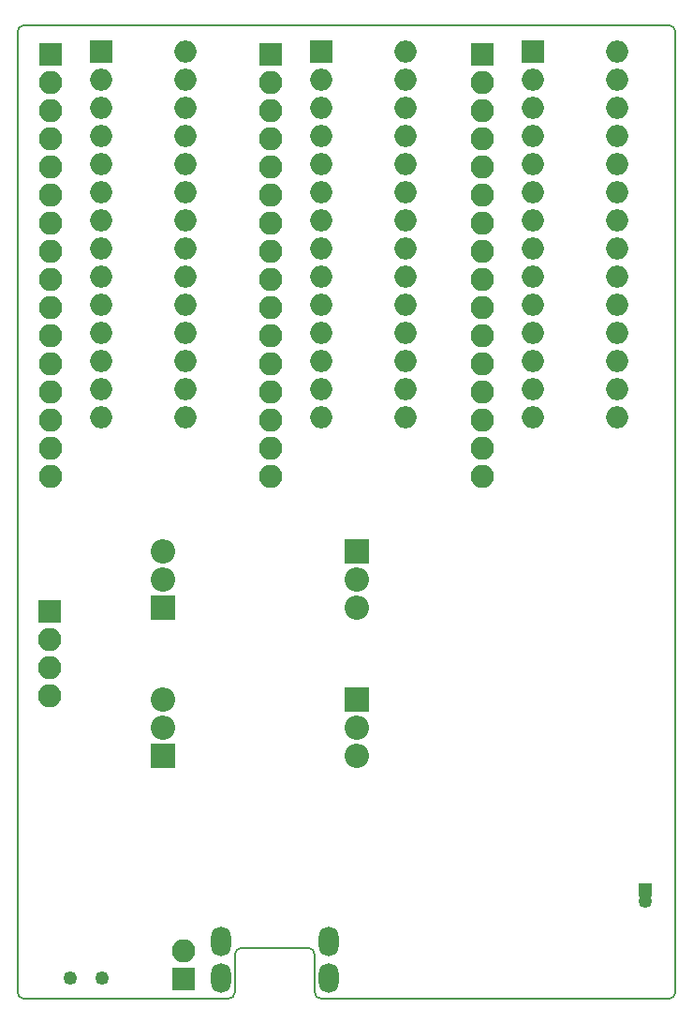
<source format=gbr>
%TF.GenerationSoftware,KiCad,Pcbnew,5.0.0*%
%TF.CreationDate,2018-08-31T22:22:52+02:00*%
%TF.ProjectId,cube,637562652E6B696361645F7063620000,B*%
%TF.SameCoordinates,Original*%
%TF.FileFunction,Soldermask,Bot*%
%TF.FilePolarity,Negative*%
%FSLAX46Y46*%
G04 Gerber Fmt 4.6, Leading zero omitted, Abs format (unit mm)*
G04 Created by KiCad (PCBNEW 5.0.0) date Fri Aug 31 22:22:52 2018*
%MOMM*%
%LPD*%
G01*
G04 APERTURE LIST*
%ADD10C,0.150000*%
%ADD11O,1.800000X2.700000*%
%ADD12C,1.250000*%
%ADD13O,2.100000X2.100000*%
%ADD14R,2.100000X2.100000*%
%ADD15O,2.200000X2.200000*%
%ADD16R,2.200000X2.200000*%
%ADD17O,2.000000X2.000000*%
%ADD18R,2.000000X2.000000*%
%ADD19O,1.250000X1.250000*%
%ADD20R,1.250000X1.250000*%
G04 APERTURE END LIST*
D10*
X116300000Y-64400000D02*
G75*
G02X116900000Y-65000000I0J-600000D01*
G01*
X116900000Y-151700000D02*
X116900000Y-65000000D01*
X116900000Y-151700000D02*
G75*
G02X116300000Y-152300000I-600000J0D01*
G01*
X58000000Y-64400000D02*
X116300000Y-64400000D01*
X57400000Y-65000000D02*
G75*
G02X58000000Y-64400000I600000J0D01*
G01*
X58000000Y-152300000D02*
G75*
G02X57400000Y-151700000I0J600000D01*
G01*
X76450000Y-152300000D02*
X58000000Y-152300000D01*
X84900000Y-152300000D02*
X116300000Y-152300000D01*
X57400000Y-151700000D02*
X57400000Y-65000000D01*
X84275000Y-148300000D02*
X84275000Y-151700000D01*
X84875000Y-152300000D02*
G75*
G02X84275000Y-151700000I0J600000D01*
G01*
X83675000Y-147700000D02*
G75*
G02X84275000Y-148300000I0J-600000D01*
G01*
X77675000Y-147700000D02*
X83675000Y-147700000D01*
X77075000Y-148300000D02*
G75*
G02X77675000Y-147700000I600000J0D01*
G01*
X77075000Y-151700000D02*
G75*
G02X76475000Y-152300000I-600000J0D01*
G01*
X77075000Y-148300000D02*
X77075000Y-151700000D01*
D11*
X75825000Y-147100000D03*
X75825000Y-150400000D03*
X85525000Y-150400000D03*
X85525000Y-147100000D03*
D12*
X62200000Y-150400000D03*
X65100000Y-150400000D03*
D13*
X72450000Y-147960000D03*
D14*
X72450000Y-150500000D03*
D13*
X60400000Y-105100000D03*
X60400000Y-102560000D03*
X60400000Y-100020000D03*
X60400000Y-97480000D03*
X60400000Y-94940000D03*
X60400000Y-92400000D03*
X60400000Y-89860000D03*
X60400000Y-87320000D03*
X60400000Y-84780000D03*
X60400000Y-82240000D03*
X60400000Y-79700000D03*
X60400000Y-77160000D03*
X60400000Y-74620000D03*
X60400000Y-72080000D03*
X60400000Y-69540000D03*
D14*
X60400000Y-67000000D03*
X80300000Y-67000000D03*
D13*
X80300000Y-69540000D03*
X80300000Y-72080000D03*
X80300000Y-74620000D03*
X80300000Y-77160000D03*
X80300000Y-79700000D03*
X80300000Y-82240000D03*
X80300000Y-84780000D03*
X80300000Y-87320000D03*
X80300000Y-89860000D03*
X80300000Y-92400000D03*
X80300000Y-94940000D03*
X80300000Y-97480000D03*
X80300000Y-100020000D03*
X80300000Y-102560000D03*
X80300000Y-105100000D03*
X99450000Y-105100000D03*
X99450000Y-102560000D03*
X99450000Y-100020000D03*
X99450000Y-97480000D03*
X99450000Y-94940000D03*
X99450000Y-92400000D03*
X99450000Y-89860000D03*
X99450000Y-87320000D03*
X99450000Y-84780000D03*
X99450000Y-82240000D03*
X99450000Y-79700000D03*
X99450000Y-77160000D03*
X99450000Y-74620000D03*
X99450000Y-72080000D03*
X99450000Y-69540000D03*
D14*
X99450000Y-67000000D03*
D13*
X60350000Y-124920000D03*
X60350000Y-122380000D03*
X60350000Y-119840000D03*
D14*
X60350000Y-117300000D03*
D15*
X88100000Y-116980000D03*
X88100000Y-114440000D03*
D16*
X88100000Y-111900000D03*
X70600000Y-117000000D03*
D15*
X70600000Y-114460000D03*
X70600000Y-111920000D03*
D16*
X88100000Y-125300000D03*
D15*
X88100000Y-127840000D03*
X88100000Y-130380000D03*
X70600000Y-125320000D03*
X70600000Y-127860000D03*
D16*
X70600000Y-130400000D03*
D17*
X72620000Y-66800000D03*
X65000000Y-99820000D03*
X72620000Y-69340000D03*
X65000000Y-97280000D03*
X72620000Y-71880000D03*
X65000000Y-94740000D03*
X72620000Y-74420000D03*
X65000000Y-92200000D03*
X72620000Y-76960000D03*
X65000000Y-89660000D03*
X72620000Y-79500000D03*
X65000000Y-87120000D03*
X72620000Y-82040000D03*
X65000000Y-84580000D03*
X72620000Y-84580000D03*
X65000000Y-82040000D03*
X72620000Y-87120000D03*
X65000000Y-79500000D03*
X72620000Y-89660000D03*
X65000000Y-76960000D03*
X72620000Y-92200000D03*
X65000000Y-74420000D03*
X72620000Y-94740000D03*
X65000000Y-71880000D03*
X72620000Y-97280000D03*
X65000000Y-69340000D03*
X72620000Y-99820000D03*
D18*
X65000000Y-66800000D03*
X84900000Y-66800000D03*
D17*
X92520000Y-99820000D03*
X84900000Y-69340000D03*
X92520000Y-97280000D03*
X84900000Y-71880000D03*
X92520000Y-94740000D03*
X84900000Y-74420000D03*
X92520000Y-92200000D03*
X84900000Y-76960000D03*
X92520000Y-89660000D03*
X84900000Y-79500000D03*
X92520000Y-87120000D03*
X84900000Y-82040000D03*
X92520000Y-84580000D03*
X84900000Y-84580000D03*
X92520000Y-82040000D03*
X84900000Y-87120000D03*
X92520000Y-79500000D03*
X84900000Y-89660000D03*
X92520000Y-76960000D03*
X84900000Y-92200000D03*
X92520000Y-74420000D03*
X84900000Y-94740000D03*
X92520000Y-71880000D03*
X84900000Y-97280000D03*
X92520000Y-69340000D03*
X84900000Y-99820000D03*
X92520000Y-66800000D03*
X111670000Y-66800000D03*
X104050000Y-99820000D03*
X111670000Y-69340000D03*
X104050000Y-97280000D03*
X111670000Y-71880000D03*
X104050000Y-94740000D03*
X111670000Y-74420000D03*
X104050000Y-92200000D03*
X111670000Y-76960000D03*
X104050000Y-89660000D03*
X111670000Y-79500000D03*
X104050000Y-87120000D03*
X111670000Y-82040000D03*
X104050000Y-84580000D03*
X111670000Y-84580000D03*
X104050000Y-82040000D03*
X111670000Y-87120000D03*
X104050000Y-79500000D03*
X111670000Y-89660000D03*
X104050000Y-76960000D03*
X111670000Y-92200000D03*
X104050000Y-74420000D03*
X111670000Y-94740000D03*
X104050000Y-71880000D03*
X111670000Y-97280000D03*
X104050000Y-69340000D03*
X111670000Y-99820000D03*
D18*
X104050000Y-66800000D03*
D19*
X114200000Y-143500000D03*
D20*
X114200000Y-142500000D03*
M02*

</source>
